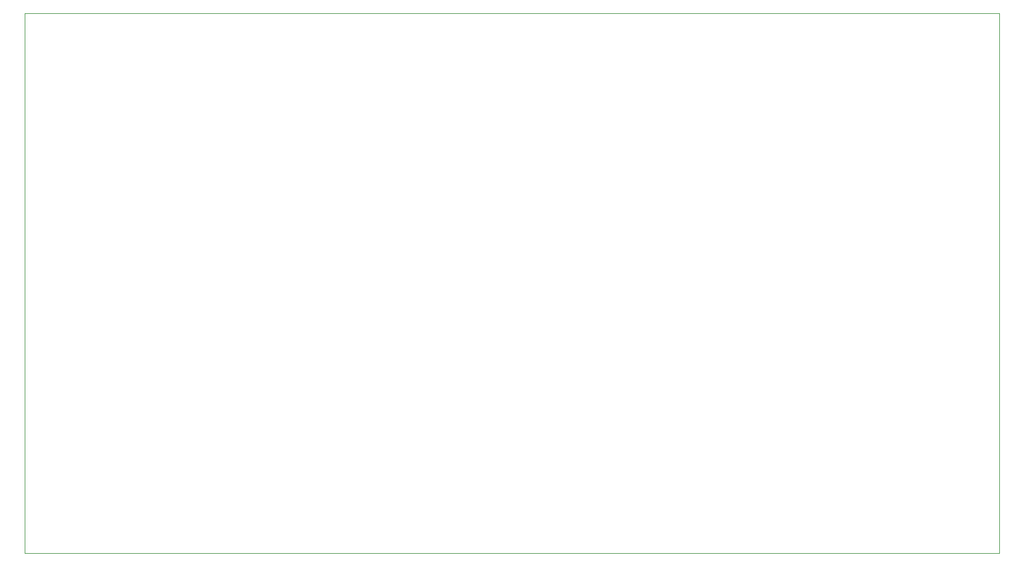
<source format=gm1>
G04 #@! TF.GenerationSoftware,KiCad,Pcbnew,(5.1.6)-1*
G04 #@! TF.CreationDate,2020-09-21T23:14:33+02:00*
G04 #@! TF.ProjectId,Brewnode_PCB,42726577-6e6f-4646-955f-5043422e6b69,1.0*
G04 #@! TF.SameCoordinates,Original*
G04 #@! TF.FileFunction,Profile,NP*
%FSLAX46Y46*%
G04 Gerber Fmt 4.6, Leading zero omitted, Abs format (unit mm)*
G04 Created by KiCad (PCBNEW (5.1.6)-1) date 2020-09-21 23:14:33*
%MOMM*%
%LPD*%
G01*
G04 APERTURE LIST*
G04 #@! TA.AperFunction,Profile*
%ADD10C,0.100000*%
G04 #@! TD*
G04 APERTURE END LIST*
D10*
X65000000Y-150000000D02*
X65000000Y-74181000D01*
X201906000Y-74181000D02*
X65000000Y-74181000D01*
X201906000Y-140856000D02*
X201906000Y-74181000D01*
X201906000Y-150000000D02*
X201906000Y-140856000D01*
X201398000Y-150000000D02*
X201906000Y-150000000D01*
X165000000Y-150000000D02*
X201398000Y-150000000D01*
X165000000Y-150000000D02*
X65000000Y-150000000D01*
M02*

</source>
